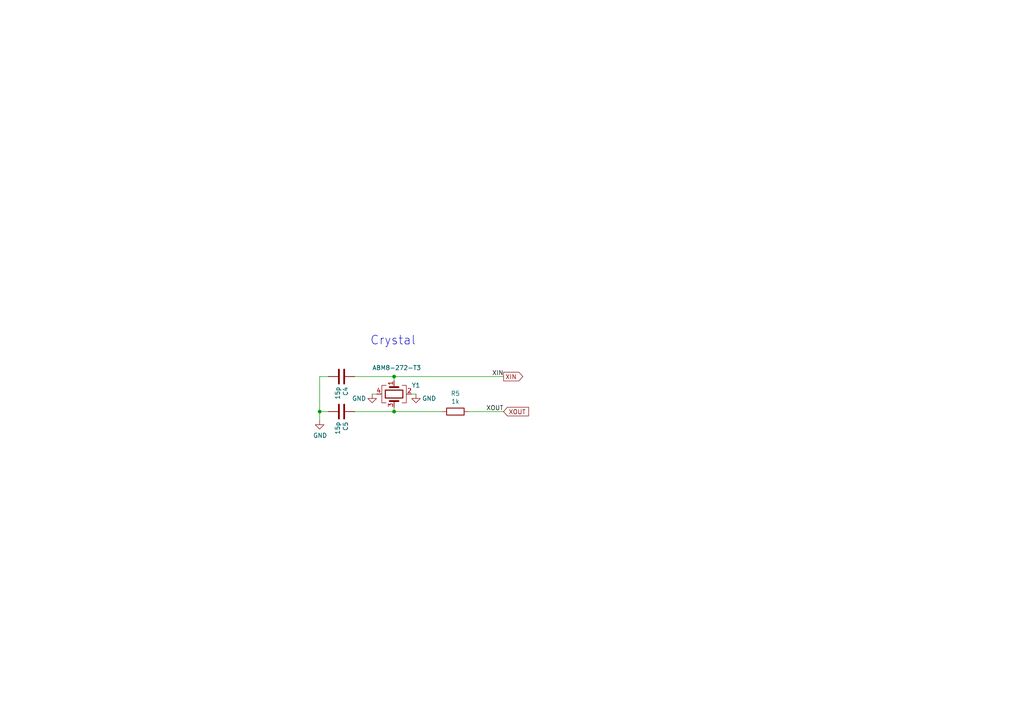
<source format=kicad_sch>
(kicad_sch (version 20231120) (generator "eeschema") (generator_version "8.0")
  (paper "A4")
  (lib_symbols
    (symbol "Device:C" (pin_numbers hide) (pin_names (offset 0.254))
      (property "Reference" "C" (at 0.635 2.54 0))
      (property "Value" "C" (at 0.635 -2.54 0))
      (symbol "C_0_1"
        (polyline (pts (xy -2.032 -0.762) (xy 2.032 -0.762)) (stroke (width 0.508)))
        (polyline (pts (xy -2.032 0.762) (xy 2.032 0.762)) (stroke (width 0.508)))
      )
      (symbol "C_1_1"
        (pin passive line (at 0 3.81 270) (length 2.794) (name "~") (number "1"))
        (pin passive line (at 0 -3.81 90) (length 2.794) (name "~") (number "2"))
      )
    )
    (symbol "Device:Crystal_GND24" (pin_names (offset 1.016) hide)
      (property "Reference" "Y" (at 3.175 5.08 0))
      (property "Value" "Crystal_GND24" (at 3.175 3.175 0))
      (symbol "Crystal_GND24_0_1"
        (rectangle (start -1.143 2.54) (end 1.143 -2.54) (stroke (width 0.3048)))
        (polyline (pts (xy -2.54 0) (xy -2.032 0)))
        (polyline (pts (xy -2.032 -1.27) (xy -2.032 1.27)) (stroke (width 0.508)))
        (polyline (pts (xy 0 -3.81) (xy 0 -3.556)))
        (polyline (pts (xy 0 3.556) (xy 0 3.81)))
        (polyline (pts (xy 2.032 -1.27) (xy 2.032 1.27)) (stroke (width 0.508)))
        (polyline (pts (xy 2.032 0) (xy 2.54 0)))
        (polyline (pts (xy -2.54 -2.286) (xy -2.54 -3.556) (xy 2.54 -3.556) (xy 2.54 -2.286)))
        (polyline (pts (xy -2.54 2.286) (xy -2.54 3.556) (xy 2.54 3.556) (xy 2.54 2.286)))
      )
      (symbol "Crystal_GND24_1_1"
        (pin passive line (at -3.81 0 0) (length 1.27) (name "1") (number "1"))
        (pin passive line (at 0 5.08 270) (length 1.27) (name "2") (number "2"))
        (pin passive line (at 3.81 0 180) (length 1.27) (name "3") (number "3"))
        (pin passive line (at 0 -5.08 90) (length 1.27) (name "4") (number "4"))
      )
    )
    (symbol "Device:R" (pin_numbers hide) (pin_names (offset 0))
      (property "Reference" "R" (at 2.032 0 90))
      (property "Value" "R" (at 0 0 90))
      (symbol "R_0_1"
        (rectangle (start -1.016 -2.54) (end 1.016 2.54) (stroke (width 0.254)))
      )
      (symbol "R_1_1"
        (pin passive line (at 0 3.81 270) (length 1.27) (name "~") (number "1"))
        (pin passive line (at 0 -3.81 90) (length 1.27) (name "~") (number "2"))
      )
    )
    (symbol "power:GND" (power) (pin_names (offset 0))
      (property "Value" "GND" (at 0 -3.81 0))
      (symbol "GND_0_1"
        (polyline (pts (xy 0 0) (xy 0 -1.27) (xy 1.27 -1.27) (xy 0 -2.54) (xy -1.27 -1.27) (xy 0 -1.27)))
      )
      (symbol "GND_1_1"
        (pin power_in line (at 0 0 270) (length 0) hide (name "GND") (number "1"))
      )
    )
  )
  (junction (at 114.3 119.38))
  (junction (at 92.71 119.38))
  (junction (at 114.3 109.22))
  (wire (pts (xy 119.38 114.3) (xy 120.65 114.3)))
  (wire (pts (xy 114.3 118.11) (xy 114.3 119.38)))
  (wire (pts (xy 92.71 109.22) (xy 92.71 119.38)))
  (wire (pts (xy 114.3 119.38) (xy 128.27 119.38)))
  (wire (pts (xy 135.89 119.38) (xy 146.05 119.38)))
  (wire (pts (xy 95.25 119.38) (xy 92.71 119.38)))
  (wire (pts (xy 102.87 109.22) (xy 114.3 109.22)))
  (wire (pts (xy 114.3 110.49) (xy 114.3 109.22)))
  (wire (pts (xy 102.87 119.38) (xy 114.3 119.38)))
  (wire (pts (xy 92.71 119.38) (xy 92.71 121.92)))
  (wire (pts (xy 95.25 109.22) (xy 92.71 109.22)))
  (wire (pts (xy 107.95 114.3) (xy 109.22 114.3)))
  (wire (pts (xy 114.3 109.22) (xy 146.05 109.22)))
  (text "Crystal" (at 107.315 100.33 0) (effects (font (size 2.54 2.54)) (justify left bottom)))
  (label "XIN" (at 146.05 109.22 180))
  (label "XOUT" (at 146.05 119.38 180))
  (global_label "XIN" (shape output) (at 146.05 109.22 0) (property "Intersheetrefs" "${INTERSHEET_REFS}" (effects (hide yes))))
  (global_label "XOUT" (shape input) (at 146.05 119.38 0) (property "Intersheetrefs" "${INTERSHEET_REFS}" (effects (hide yes))))
  (symbol (lib_id "power:GND") (at 107.95 114.3 0) (unit 1)
    (property "Reference" "#PWR014" (effects (hide yes)))
    (property "Value" "GND" (at 104.14 115.57 0))
  )
  (symbol (lib_id "power:GND") (at 92.71 121.92 0) (unit 1)
    (property "Reference" "#PWR016" (effects (hide yes)))
    (property "Value" "GND" (at 92.837 126.3142 0))
  )
  (symbol (lib_id "power:GND") (at 120.65 114.3 0) (unit 1)
    (property "Reference" "#PWR015" (effects (hide yes)))
    (property "Value" "GND" (at 124.46 115.57 0))
  )
  (symbol (lib_id "Device:R") (at 132.08 119.38 270) (unit 1)
    (property "Reference" "R5" (at 132.08 114.1222 90))
    (property "Value" "1k" (at 132.08 116.4336 90))
    (property "Footprint" "Resistor_SMD:R_0603_1608Metric" (effects (hide yes)))
  )
  (symbol (lib_id "Device:C") (at 99.06 119.38 270) (unit 1)
    (property "Reference" "C5" (at 100.2284 122.301 0) (effects (justify left)))
    (property "Value" "15p" (at 97.917 122.301 0) (effects (justify left)))
    (property "Footprint" "Capacitor_SMD:C_0603_1608Metric" (effects (hide yes)))
  )
  (symbol (lib_id "Device:Crystal_GND24") (at 114.3 114.3 270) (unit 1)
    (property "Reference" "Y1" (at 119.38 111.76 90) (effects (justify left)))
    (property "Value" "ABM8-272-T3" (at 107.95 106.68 90) (effects (justify left)))
    (property "Footprint" "Crystal:Crystal_SMD_3225-4Pin_3.2x2.5mm" (effects (hide yes)))
  )
  (symbol (lib_id "Device:C") (at 99.06 109.22 270) (unit 1)
    (property "Reference" "C4" (at 100.2284 112.141 0) (effects (justify left)))
    (property "Value" "15p" (at 97.917 112.141 0) (effects (justify left)))
    (property "Footprint" "Capacitor_SMD:C_0603_1608Metric" (effects (hide yes)))
  )
)
</source>
